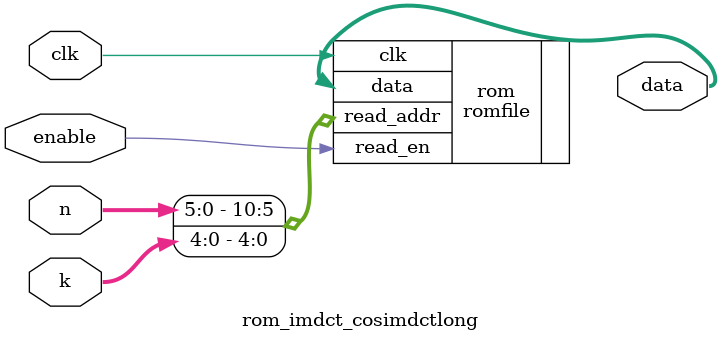
<source format=v>
`timescale 1ns / 1ps
`default_nettype none

module rom_imdct_cosimdctlong(
    input wire          clk,
	 input wire          enable,
	 input wire  [5:0]   n,
	 input wire  [4:0]   k,
    output wire [17:0]  data
    );

	romfile #(
		.ROM_WIDTH(18),
		.ROM_ADDR_BITS(11),
		.FILENAME("lookup_imdct_cosimdctlong.txt")
	) rom (
		.clk(clk),
		.read_en(enable),
		.read_addr({n, k}),
		.data(data)
	);
endmodule


</source>
